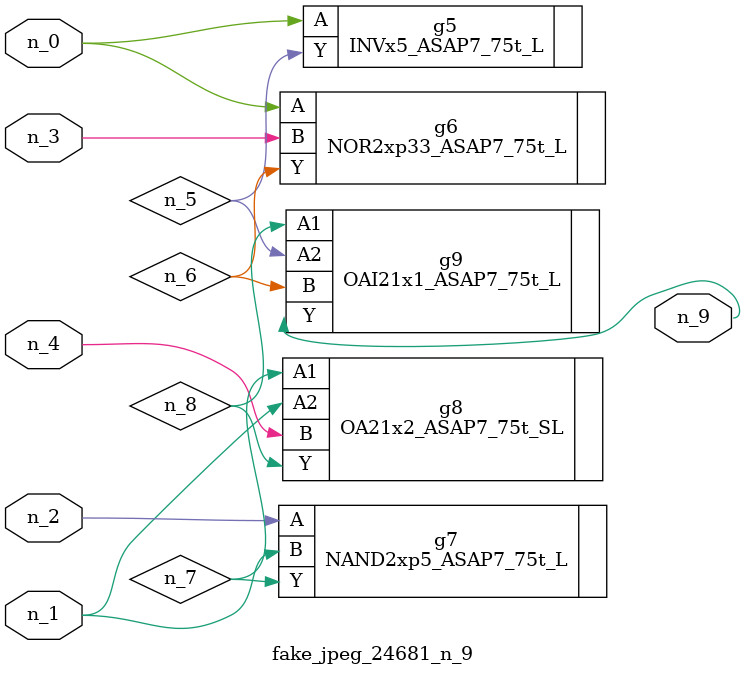
<source format=v>
module fake_jpeg_24681_n_9 (n_3, n_2, n_1, n_0, n_4, n_9);

input n_3;
input n_2;
input n_1;
input n_0;
input n_4;

output n_9;

wire n_8;
wire n_6;
wire n_5;
wire n_7;

INVx5_ASAP7_75t_L g5 ( 
.A(n_0),
.Y(n_5)
);

NOR2xp33_ASAP7_75t_L g6 ( 
.A(n_0),
.B(n_3),
.Y(n_6)
);

NAND2xp5_ASAP7_75t_L g7 ( 
.A(n_2),
.B(n_1),
.Y(n_7)
);

OA21x2_ASAP7_75t_SL g8 ( 
.A1(n_7),
.A2(n_1),
.B(n_4),
.Y(n_8)
);

OAI21x1_ASAP7_75t_L g9 ( 
.A1(n_8),
.A2(n_5),
.B(n_6),
.Y(n_9)
);


endmodule
</source>
